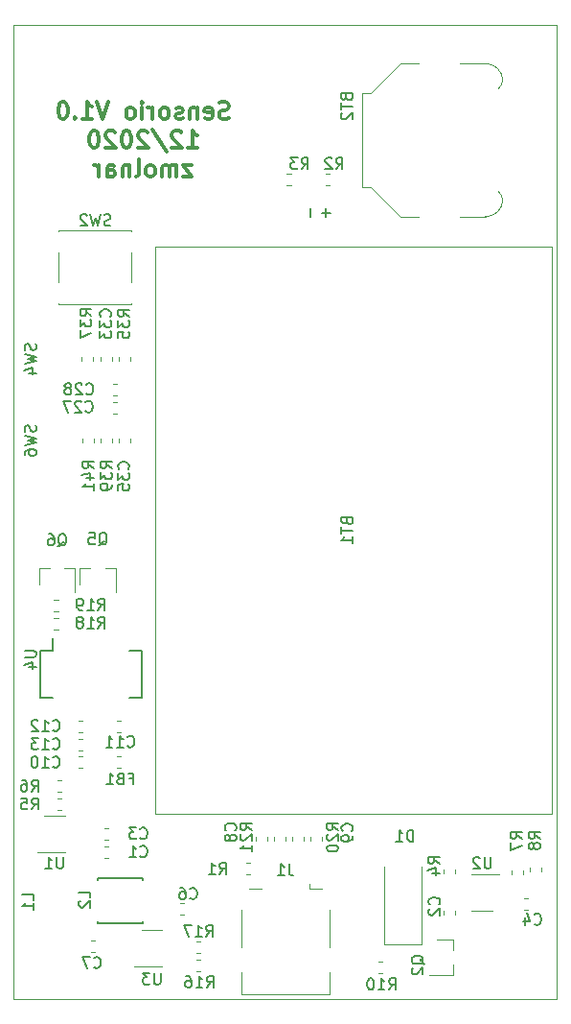
<source format=gbo>
G04 #@! TF.GenerationSoftware,KiCad,Pcbnew,5.1.8-db9833491~88~ubuntu20.04.1*
G04 #@! TF.CreationDate,2020-12-09T06:14:29+01:00*
G04 #@! TF.ProjectId,v1,76312e6b-6963-4616-945f-706362585858,rev?*
G04 #@! TF.SameCoordinates,Original*
G04 #@! TF.FileFunction,Legend,Bot*
G04 #@! TF.FilePolarity,Positive*
%FSLAX46Y46*%
G04 Gerber Fmt 4.6, Leading zero omitted, Abs format (unit mm)*
G04 Created by KiCad (PCBNEW 5.1.8-db9833491~88~ubuntu20.04.1) date 2020-12-09 06:14:29*
%MOMM*%
%LPD*%
G01*
G04 APERTURE LIST*
%ADD10C,0.300000*%
G04 #@! TA.AperFunction,Profile*
%ADD11C,0.050000*%
G04 #@! TD*
%ADD12C,0.120000*%
%ADD13C,0.150000*%
%ADD14C,0.127000*%
G04 APERTURE END LIST*
D10*
X138985714Y-80257142D02*
X138771428Y-80328571D01*
X138414285Y-80328571D01*
X138271428Y-80257142D01*
X138200000Y-80185714D01*
X138128571Y-80042857D01*
X138128571Y-79900000D01*
X138200000Y-79757142D01*
X138271428Y-79685714D01*
X138414285Y-79614285D01*
X138700000Y-79542857D01*
X138842857Y-79471428D01*
X138914285Y-79400000D01*
X138985714Y-79257142D01*
X138985714Y-79114285D01*
X138914285Y-78971428D01*
X138842857Y-78900000D01*
X138700000Y-78828571D01*
X138342857Y-78828571D01*
X138128571Y-78900000D01*
X136914285Y-80257142D02*
X137057142Y-80328571D01*
X137342857Y-80328571D01*
X137485714Y-80257142D01*
X137557142Y-80114285D01*
X137557142Y-79542857D01*
X137485714Y-79400000D01*
X137342857Y-79328571D01*
X137057142Y-79328571D01*
X136914285Y-79400000D01*
X136842857Y-79542857D01*
X136842857Y-79685714D01*
X137557142Y-79828571D01*
X136200000Y-79328571D02*
X136200000Y-80328571D01*
X136200000Y-79471428D02*
X136128571Y-79400000D01*
X135985714Y-79328571D01*
X135771428Y-79328571D01*
X135628571Y-79400000D01*
X135557142Y-79542857D01*
X135557142Y-80328571D01*
X134914285Y-80257142D02*
X134771428Y-80328571D01*
X134485714Y-80328571D01*
X134342857Y-80257142D01*
X134271428Y-80114285D01*
X134271428Y-80042857D01*
X134342857Y-79900000D01*
X134485714Y-79828571D01*
X134700000Y-79828571D01*
X134842857Y-79757142D01*
X134914285Y-79614285D01*
X134914285Y-79542857D01*
X134842857Y-79400000D01*
X134700000Y-79328571D01*
X134485714Y-79328571D01*
X134342857Y-79400000D01*
X133414285Y-80328571D02*
X133557142Y-80257142D01*
X133628571Y-80185714D01*
X133700000Y-80042857D01*
X133700000Y-79614285D01*
X133628571Y-79471428D01*
X133557142Y-79400000D01*
X133414285Y-79328571D01*
X133200000Y-79328571D01*
X133057142Y-79400000D01*
X132985714Y-79471428D01*
X132914285Y-79614285D01*
X132914285Y-80042857D01*
X132985714Y-80185714D01*
X133057142Y-80257142D01*
X133200000Y-80328571D01*
X133414285Y-80328571D01*
X132271428Y-80328571D02*
X132271428Y-79328571D01*
X132271428Y-79614285D02*
X132200000Y-79471428D01*
X132128571Y-79400000D01*
X131985714Y-79328571D01*
X131842857Y-79328571D01*
X131342857Y-80328571D02*
X131342857Y-79328571D01*
X131342857Y-78828571D02*
X131414285Y-78900000D01*
X131342857Y-78971428D01*
X131271428Y-78900000D01*
X131342857Y-78828571D01*
X131342857Y-78971428D01*
X130414285Y-80328571D02*
X130557142Y-80257142D01*
X130628571Y-80185714D01*
X130700000Y-80042857D01*
X130700000Y-79614285D01*
X130628571Y-79471428D01*
X130557142Y-79400000D01*
X130414285Y-79328571D01*
X130200000Y-79328571D01*
X130057142Y-79400000D01*
X129985714Y-79471428D01*
X129914285Y-79614285D01*
X129914285Y-80042857D01*
X129985714Y-80185714D01*
X130057142Y-80257142D01*
X130200000Y-80328571D01*
X130414285Y-80328571D01*
X128342857Y-78828571D02*
X127842857Y-80328571D01*
X127342857Y-78828571D01*
X126057142Y-80328571D02*
X126914285Y-80328571D01*
X126485714Y-80328571D02*
X126485714Y-78828571D01*
X126628571Y-79042857D01*
X126771428Y-79185714D01*
X126914285Y-79257142D01*
X125414285Y-80185714D02*
X125342857Y-80257142D01*
X125414285Y-80328571D01*
X125485714Y-80257142D01*
X125414285Y-80185714D01*
X125414285Y-80328571D01*
X124414285Y-78828571D02*
X124271428Y-78828571D01*
X124128571Y-78900000D01*
X124057142Y-78971428D01*
X123985714Y-79114285D01*
X123914285Y-79400000D01*
X123914285Y-79757142D01*
X123985714Y-80042857D01*
X124057142Y-80185714D01*
X124128571Y-80257142D01*
X124271428Y-80328571D01*
X124414285Y-80328571D01*
X124557142Y-80257142D01*
X124628571Y-80185714D01*
X124700000Y-80042857D01*
X124771428Y-79757142D01*
X124771428Y-79400000D01*
X124700000Y-79114285D01*
X124628571Y-78971428D01*
X124557142Y-78900000D01*
X124414285Y-78828571D01*
X135378571Y-82878571D02*
X136235714Y-82878571D01*
X135807142Y-82878571D02*
X135807142Y-81378571D01*
X135950000Y-81592857D01*
X136092857Y-81735714D01*
X136235714Y-81807142D01*
X134807142Y-81521428D02*
X134735714Y-81450000D01*
X134592857Y-81378571D01*
X134235714Y-81378571D01*
X134092857Y-81450000D01*
X134021428Y-81521428D01*
X133950000Y-81664285D01*
X133950000Y-81807142D01*
X134021428Y-82021428D01*
X134878571Y-82878571D01*
X133950000Y-82878571D01*
X132235714Y-81307142D02*
X133521428Y-83235714D01*
X131807142Y-81521428D02*
X131735714Y-81450000D01*
X131592857Y-81378571D01*
X131235714Y-81378571D01*
X131092857Y-81450000D01*
X131021428Y-81521428D01*
X130950000Y-81664285D01*
X130950000Y-81807142D01*
X131021428Y-82021428D01*
X131878571Y-82878571D01*
X130950000Y-82878571D01*
X130021428Y-81378571D02*
X129878571Y-81378571D01*
X129735714Y-81450000D01*
X129664285Y-81521428D01*
X129592857Y-81664285D01*
X129521428Y-81950000D01*
X129521428Y-82307142D01*
X129592857Y-82592857D01*
X129664285Y-82735714D01*
X129735714Y-82807142D01*
X129878571Y-82878571D01*
X130021428Y-82878571D01*
X130164285Y-82807142D01*
X130235714Y-82735714D01*
X130307142Y-82592857D01*
X130378571Y-82307142D01*
X130378571Y-81950000D01*
X130307142Y-81664285D01*
X130235714Y-81521428D01*
X130164285Y-81450000D01*
X130021428Y-81378571D01*
X128950000Y-81521428D02*
X128878571Y-81450000D01*
X128735714Y-81378571D01*
X128378571Y-81378571D01*
X128235714Y-81450000D01*
X128164285Y-81521428D01*
X128092857Y-81664285D01*
X128092857Y-81807142D01*
X128164285Y-82021428D01*
X129021428Y-82878571D01*
X128092857Y-82878571D01*
X127164285Y-81378571D02*
X127021428Y-81378571D01*
X126878571Y-81450000D01*
X126807142Y-81521428D01*
X126735714Y-81664285D01*
X126664285Y-81950000D01*
X126664285Y-82307142D01*
X126735714Y-82592857D01*
X126807142Y-82735714D01*
X126878571Y-82807142D01*
X127021428Y-82878571D01*
X127164285Y-82878571D01*
X127307142Y-82807142D01*
X127378571Y-82735714D01*
X127450000Y-82592857D01*
X127521428Y-82307142D01*
X127521428Y-81950000D01*
X127450000Y-81664285D01*
X127378571Y-81521428D01*
X127307142Y-81450000D01*
X127164285Y-81378571D01*
X135735714Y-84428571D02*
X134950000Y-84428571D01*
X135735714Y-85428571D01*
X134950000Y-85428571D01*
X134378571Y-85428571D02*
X134378571Y-84428571D01*
X134378571Y-84571428D02*
X134307142Y-84500000D01*
X134164285Y-84428571D01*
X133950000Y-84428571D01*
X133807142Y-84500000D01*
X133735714Y-84642857D01*
X133735714Y-85428571D01*
X133735714Y-84642857D02*
X133664285Y-84500000D01*
X133521428Y-84428571D01*
X133307142Y-84428571D01*
X133164285Y-84500000D01*
X133092857Y-84642857D01*
X133092857Y-85428571D01*
X132164285Y-85428571D02*
X132307142Y-85357142D01*
X132378571Y-85285714D01*
X132450000Y-85142857D01*
X132450000Y-84714285D01*
X132378571Y-84571428D01*
X132307142Y-84500000D01*
X132164285Y-84428571D01*
X131950000Y-84428571D01*
X131807142Y-84500000D01*
X131735714Y-84571428D01*
X131664285Y-84714285D01*
X131664285Y-85142857D01*
X131735714Y-85285714D01*
X131807142Y-85357142D01*
X131950000Y-85428571D01*
X132164285Y-85428571D01*
X130807142Y-85428571D02*
X130950000Y-85357142D01*
X131021428Y-85214285D01*
X131021428Y-83928571D01*
X130235714Y-84428571D02*
X130235714Y-85428571D01*
X130235714Y-84571428D02*
X130164285Y-84500000D01*
X130021428Y-84428571D01*
X129807142Y-84428571D01*
X129664285Y-84500000D01*
X129592857Y-84642857D01*
X129592857Y-85428571D01*
X128235714Y-85428571D02*
X128235714Y-84642857D01*
X128307142Y-84500000D01*
X128450000Y-84428571D01*
X128735714Y-84428571D01*
X128878571Y-84500000D01*
X128235714Y-85357142D02*
X128378571Y-85428571D01*
X128735714Y-85428571D01*
X128878571Y-85357142D01*
X128950000Y-85214285D01*
X128950000Y-85071428D01*
X128878571Y-84928571D01*
X128735714Y-84857142D01*
X128378571Y-84857142D01*
X128235714Y-84785714D01*
X127521428Y-85428571D02*
X127521428Y-84428571D01*
X127521428Y-84714285D02*
X127450000Y-84571428D01*
X127378571Y-84500000D01*
X127235714Y-84428571D01*
X127092857Y-84428571D01*
D11*
X120000000Y-72000000D02*
X168000000Y-72000000D01*
X120000000Y-72000000D02*
X120000000Y-158000000D01*
X168000000Y-158000000D02*
X168000000Y-72000000D01*
X120000000Y-158000000D02*
X168000000Y-158000000D01*
D12*
X167500000Y-141600000D02*
X132500000Y-141600000D01*
X167500000Y-91600000D02*
X167500000Y-141600000D01*
X132500000Y-91600000D02*
X167500000Y-91600000D01*
X132500000Y-141600000D02*
X132500000Y-91600000D01*
X159400000Y-88950000D02*
X161700000Y-88950000D01*
X159400000Y-75450000D02*
X161700000Y-75450000D01*
X155800000Y-75450000D02*
X154150000Y-75450000D01*
X154150000Y-75450000D02*
X151550000Y-78050000D01*
X151550000Y-78050000D02*
X150750000Y-78050000D01*
X150750000Y-78050000D02*
X150750000Y-86350000D01*
X150750000Y-86350000D02*
X151550000Y-86350000D01*
X151550000Y-86350000D02*
X154150000Y-88950000D01*
X154150000Y-88950000D02*
X155800000Y-88950000D01*
X161650000Y-75450000D02*
G75*
G02*
X163200000Y-76900000I50000J-1500000D01*
G01*
X161650000Y-88950000D02*
G75*
G03*
X163200000Y-87500000I50000J1500000D01*
G01*
X163184160Y-76785385D02*
G75*
G02*
X162800000Y-77700000I-984160J-124615D01*
G01*
X163184160Y-87614615D02*
G75*
G03*
X162800000Y-86700000I-984160J124615D01*
G01*
D13*
X123435000Y-127225000D02*
X122325000Y-127225000D01*
X122325000Y-131375000D02*
X123435000Y-131375000D01*
X131275000Y-131375000D02*
X130165000Y-131375000D01*
X131275000Y-127225000D02*
X130165000Y-127225000D01*
X122325000Y-127225000D02*
X122325000Y-131375000D01*
X131275000Y-127225000D02*
X131275000Y-131375000D01*
X123435000Y-127225000D02*
X123435000Y-126100000D01*
D12*
X131300000Y-151890000D02*
X133100000Y-151890000D01*
X133100000Y-155110000D02*
X130650000Y-155110000D01*
X162250000Y-150160000D02*
X160450000Y-150160000D01*
X160450000Y-146940000D02*
X162900000Y-146940000D01*
X122700000Y-141790000D02*
X124500000Y-141790000D01*
X124500000Y-145010000D02*
X122050000Y-145010000D01*
X130405000Y-96655000D02*
X130405000Y-96625000D01*
X130405000Y-90195000D02*
X130405000Y-90225000D01*
X123945000Y-90195000D02*
X123945000Y-90225000D01*
X123945000Y-96625000D02*
X123945000Y-96655000D01*
X130405000Y-94725000D02*
X130405000Y-92125000D01*
X123945000Y-96655000D02*
X130405000Y-96655000D01*
X123945000Y-94725000D02*
X123945000Y-92125000D01*
X123945000Y-90195000D02*
X130405000Y-90195000D01*
X126090000Y-108528733D02*
X126090000Y-108871267D01*
X127110000Y-108528733D02*
X127110000Y-108871267D01*
X128710000Y-108871267D02*
X128710000Y-108528733D01*
X127690000Y-108871267D02*
X127690000Y-108528733D01*
X127010000Y-101671267D02*
X127010000Y-101328733D01*
X125990000Y-101671267D02*
X125990000Y-101328733D01*
X129290000Y-101328733D02*
X129290000Y-101671267D01*
X130310000Y-101328733D02*
X130310000Y-101671267D01*
X142990000Y-143628733D02*
X142990000Y-143971267D01*
X144010000Y-143628733D02*
X144010000Y-143971267D01*
X144590000Y-143628733D02*
X144590000Y-143971267D01*
X145610000Y-143628733D02*
X145610000Y-143971267D01*
X123553733Y-123810000D02*
X123896267Y-123810000D01*
X123553733Y-122790000D02*
X123896267Y-122790000D01*
X123896267Y-124340000D02*
X123553733Y-124340000D01*
X123896267Y-125360000D02*
X123553733Y-125360000D01*
X136128733Y-153910000D02*
X136471267Y-153910000D01*
X136128733Y-152890000D02*
X136471267Y-152890000D01*
X136471267Y-154490000D02*
X136128733Y-154490000D01*
X136471267Y-155510000D02*
X136128733Y-155510000D01*
X152571267Y-154690000D02*
X152228733Y-154690000D01*
X152571267Y-155710000D02*
X152228733Y-155710000D01*
X165590000Y-146403733D02*
X165590000Y-146746267D01*
X166610000Y-146403733D02*
X166610000Y-146746267D01*
X164985000Y-146946267D02*
X164985000Y-146603733D01*
X163965000Y-146946267D02*
X163965000Y-146603733D01*
X123828733Y-139710000D02*
X124171267Y-139710000D01*
X123828733Y-138690000D02*
X124171267Y-138690000D01*
X124171267Y-140290000D02*
X123828733Y-140290000D01*
X124171267Y-141310000D02*
X123828733Y-141310000D01*
X159010000Y-146921267D02*
X159010000Y-146578733D01*
X157990000Y-146921267D02*
X157990000Y-146578733D01*
X144471267Y-85190000D02*
X144128733Y-85190000D01*
X144471267Y-86210000D02*
X144128733Y-86210000D01*
X147871267Y-85190000D02*
X147528733Y-85190000D01*
X147871267Y-86210000D02*
X147528733Y-86210000D01*
X140871267Y-145990000D02*
X140528733Y-145990000D01*
X140871267Y-147010000D02*
X140528733Y-147010000D01*
X122220000Y-119940000D02*
X123150000Y-119940000D01*
X125380000Y-119940000D02*
X124450000Y-119940000D01*
X125380000Y-119940000D02*
X125380000Y-122100000D01*
X122220000Y-119940000D02*
X122220000Y-121400000D01*
X125820000Y-119940000D02*
X126750000Y-119940000D01*
X128980000Y-119940000D02*
X128050000Y-119940000D01*
X128980000Y-119940000D02*
X128980000Y-122100000D01*
X125820000Y-119940000D02*
X125820000Y-121400000D01*
X158860000Y-152720000D02*
X158860000Y-153650000D01*
X158860000Y-155880000D02*
X158860000Y-154950000D01*
X158860000Y-155880000D02*
X156700000Y-155880000D01*
X158860000Y-152720000D02*
X157400000Y-152720000D01*
D14*
X131400000Y-147300000D02*
X127400000Y-147300000D01*
X131400000Y-151300000D02*
X127400000Y-151300000D01*
X131400000Y-147300000D02*
X131400000Y-147480000D01*
X127400000Y-147300000D02*
X127400000Y-147480000D01*
X127400000Y-151300000D02*
X127400000Y-151120000D01*
X131400000Y-151300000D02*
X131400000Y-151120000D01*
D12*
X140090000Y-157535000D02*
X147910000Y-157535000D01*
X146110000Y-148215000D02*
X146110000Y-147785000D01*
X140090000Y-157535000D02*
X140090000Y-155585000D01*
X140090000Y-153365000D02*
X140090000Y-150135000D01*
X141890000Y-148215000D02*
X140810000Y-148215000D01*
X147190000Y-148215000D02*
X146110000Y-148215000D01*
X147910000Y-153365000D02*
X147910000Y-150135000D01*
X147910000Y-157535000D02*
X147910000Y-155585000D01*
X129471267Y-136590000D02*
X129128733Y-136590000D01*
X129471267Y-137610000D02*
X129128733Y-137610000D01*
X156050000Y-153150000D02*
X152750000Y-153150000D01*
X152750000Y-153150000D02*
X152750000Y-146250000D01*
X156050000Y-153150000D02*
X156050000Y-146250000D01*
X130310000Y-108871267D02*
X130310000Y-108528733D01*
X129290000Y-108871267D02*
X129290000Y-108528733D01*
X127690000Y-101328733D02*
X127690000Y-101671267D01*
X128710000Y-101328733D02*
X128710000Y-101671267D01*
X128778733Y-104760000D02*
X129121267Y-104760000D01*
X128778733Y-103740000D02*
X129121267Y-103740000D01*
X128778733Y-106310000D02*
X129121267Y-106310000D01*
X128778733Y-105290000D02*
X129121267Y-105290000D01*
X126071267Y-134990000D02*
X125728733Y-134990000D01*
X126071267Y-136010000D02*
X125728733Y-136010000D01*
X126071267Y-133390000D02*
X125728733Y-133390000D01*
X126071267Y-134410000D02*
X125728733Y-134410000D01*
X129128733Y-134410000D02*
X129471267Y-134410000D01*
X129128733Y-133390000D02*
X129471267Y-133390000D01*
X126071267Y-136590000D02*
X125728733Y-136590000D01*
X126071267Y-137610000D02*
X125728733Y-137610000D01*
X147210000Y-143971267D02*
X147210000Y-143628733D01*
X146190000Y-143971267D02*
X146190000Y-143628733D01*
X142410000Y-143971267D02*
X142410000Y-143628733D01*
X141390000Y-143971267D02*
X141390000Y-143628733D01*
X126828733Y-153810000D02*
X127171267Y-153810000D01*
X126828733Y-152790000D02*
X127171267Y-152790000D01*
X135021267Y-149540000D02*
X134678733Y-149540000D01*
X135021267Y-150560000D02*
X134678733Y-150560000D01*
X165446267Y-149065000D02*
X165103733Y-149065000D01*
X165446267Y-150085000D02*
X165103733Y-150085000D01*
X128003733Y-143910000D02*
X128346267Y-143910000D01*
X128003733Y-142890000D02*
X128346267Y-142890000D01*
X157990000Y-150178733D02*
X157990000Y-150521267D01*
X159010000Y-150178733D02*
X159010000Y-150521267D01*
X128028733Y-145510000D02*
X128371267Y-145510000D01*
X128028733Y-144490000D02*
X128371267Y-144490000D01*
D13*
X149428571Y-115814285D02*
X149476190Y-115957142D01*
X149523809Y-116004761D01*
X149619047Y-116052380D01*
X149761904Y-116052380D01*
X149857142Y-116004761D01*
X149904761Y-115957142D01*
X149952380Y-115861904D01*
X149952380Y-115480952D01*
X148952380Y-115480952D01*
X148952380Y-115814285D01*
X149000000Y-115909523D01*
X149047619Y-115957142D01*
X149142857Y-116004761D01*
X149238095Y-116004761D01*
X149333333Y-115957142D01*
X149380952Y-115909523D01*
X149428571Y-115814285D01*
X149428571Y-115480952D01*
X148952380Y-116338095D02*
X148952380Y-116909523D01*
X149952380Y-116623809D02*
X148952380Y-116623809D01*
X149952380Y-117766666D02*
X149952380Y-117195238D01*
X149952380Y-117480952D02*
X148952380Y-117480952D01*
X149095238Y-117385714D01*
X149190476Y-117290476D01*
X149238095Y-117195238D01*
X146214285Y-88219047D02*
X146214285Y-88980952D01*
X147571428Y-88219047D02*
X147571428Y-88980952D01*
X147952380Y-88600000D02*
X147190476Y-88600000D01*
X149378571Y-78414285D02*
X149426190Y-78557142D01*
X149473809Y-78604761D01*
X149569047Y-78652380D01*
X149711904Y-78652380D01*
X149807142Y-78604761D01*
X149854761Y-78557142D01*
X149902380Y-78461904D01*
X149902380Y-78080952D01*
X148902380Y-78080952D01*
X148902380Y-78414285D01*
X148950000Y-78509523D01*
X148997619Y-78557142D01*
X149092857Y-78604761D01*
X149188095Y-78604761D01*
X149283333Y-78557142D01*
X149330952Y-78509523D01*
X149378571Y-78414285D01*
X149378571Y-78080952D01*
X148902380Y-78938095D02*
X148902380Y-79509523D01*
X149902380Y-79223809D02*
X148902380Y-79223809D01*
X148997619Y-79795238D02*
X148950000Y-79842857D01*
X148902380Y-79938095D01*
X148902380Y-80176190D01*
X148950000Y-80271428D01*
X148997619Y-80319047D01*
X149092857Y-80366666D01*
X149188095Y-80366666D01*
X149330952Y-80319047D01*
X149902380Y-79747619D01*
X149902380Y-80366666D01*
X121904761Y-107366666D02*
X121952380Y-107509523D01*
X121952380Y-107747619D01*
X121904761Y-107842857D01*
X121857142Y-107890476D01*
X121761904Y-107938095D01*
X121666666Y-107938095D01*
X121571428Y-107890476D01*
X121523809Y-107842857D01*
X121476190Y-107747619D01*
X121428571Y-107557142D01*
X121380952Y-107461904D01*
X121333333Y-107414285D01*
X121238095Y-107366666D01*
X121142857Y-107366666D01*
X121047619Y-107414285D01*
X121000000Y-107461904D01*
X120952380Y-107557142D01*
X120952380Y-107795238D01*
X121000000Y-107938095D01*
X120952380Y-108271428D02*
X121952380Y-108509523D01*
X121238095Y-108700000D01*
X121952380Y-108890476D01*
X120952380Y-109128571D01*
X120952380Y-109938095D02*
X120952380Y-109747619D01*
X121000000Y-109652380D01*
X121047619Y-109604761D01*
X121190476Y-109509523D01*
X121380952Y-109461904D01*
X121761904Y-109461904D01*
X121857142Y-109509523D01*
X121904761Y-109557142D01*
X121952380Y-109652380D01*
X121952380Y-109842857D01*
X121904761Y-109938095D01*
X121857142Y-109985714D01*
X121761904Y-110033333D01*
X121523809Y-110033333D01*
X121428571Y-109985714D01*
X121380952Y-109938095D01*
X121333333Y-109842857D01*
X121333333Y-109652380D01*
X121380952Y-109557142D01*
X121428571Y-109509523D01*
X121523809Y-109461904D01*
X121904761Y-100166666D02*
X121952380Y-100309523D01*
X121952380Y-100547619D01*
X121904761Y-100642857D01*
X121857142Y-100690476D01*
X121761904Y-100738095D01*
X121666666Y-100738095D01*
X121571428Y-100690476D01*
X121523809Y-100642857D01*
X121476190Y-100547619D01*
X121428571Y-100357142D01*
X121380952Y-100261904D01*
X121333333Y-100214285D01*
X121238095Y-100166666D01*
X121142857Y-100166666D01*
X121047619Y-100214285D01*
X121000000Y-100261904D01*
X120952380Y-100357142D01*
X120952380Y-100595238D01*
X121000000Y-100738095D01*
X120952380Y-101071428D02*
X121952380Y-101309523D01*
X121238095Y-101500000D01*
X121952380Y-101690476D01*
X120952380Y-101928571D01*
X121285714Y-102738095D02*
X121952380Y-102738095D01*
X120904761Y-102500000D02*
X121619047Y-102261904D01*
X121619047Y-102880952D01*
X120952380Y-127238095D02*
X121761904Y-127238095D01*
X121857142Y-127285714D01*
X121904761Y-127333333D01*
X121952380Y-127428571D01*
X121952380Y-127619047D01*
X121904761Y-127714285D01*
X121857142Y-127761904D01*
X121761904Y-127809523D01*
X120952380Y-127809523D01*
X121285714Y-128714285D02*
X121952380Y-128714285D01*
X120904761Y-128476190D02*
X121619047Y-128238095D01*
X121619047Y-128857142D01*
X132961904Y-155677380D02*
X132961904Y-156486904D01*
X132914285Y-156582142D01*
X132866666Y-156629761D01*
X132771428Y-156677380D01*
X132580952Y-156677380D01*
X132485714Y-156629761D01*
X132438095Y-156582142D01*
X132390476Y-156486904D01*
X132390476Y-155677380D01*
X132009523Y-155677380D02*
X131390476Y-155677380D01*
X131723809Y-156058333D01*
X131580952Y-156058333D01*
X131485714Y-156105952D01*
X131438095Y-156153571D01*
X131390476Y-156248809D01*
X131390476Y-156486904D01*
X131438095Y-156582142D01*
X131485714Y-156629761D01*
X131580952Y-156677380D01*
X131866666Y-156677380D01*
X131961904Y-156629761D01*
X132009523Y-156582142D01*
X162161904Y-145452380D02*
X162161904Y-146261904D01*
X162114285Y-146357142D01*
X162066666Y-146404761D01*
X161971428Y-146452380D01*
X161780952Y-146452380D01*
X161685714Y-146404761D01*
X161638095Y-146357142D01*
X161590476Y-146261904D01*
X161590476Y-145452380D01*
X161161904Y-145547619D02*
X161114285Y-145500000D01*
X161019047Y-145452380D01*
X160780952Y-145452380D01*
X160685714Y-145500000D01*
X160638095Y-145547619D01*
X160590476Y-145642857D01*
X160590476Y-145738095D01*
X160638095Y-145880952D01*
X161209523Y-146452380D01*
X160590476Y-146452380D01*
X124361904Y-145452380D02*
X124361904Y-146261904D01*
X124314285Y-146357142D01*
X124266666Y-146404761D01*
X124171428Y-146452380D01*
X123980952Y-146452380D01*
X123885714Y-146404761D01*
X123838095Y-146357142D01*
X123790476Y-146261904D01*
X123790476Y-145452380D01*
X122790476Y-146452380D02*
X123361904Y-146452380D01*
X123076190Y-146452380D02*
X123076190Y-145452380D01*
X123171428Y-145595238D01*
X123266666Y-145690476D01*
X123361904Y-145738095D01*
X128533333Y-89704761D02*
X128390476Y-89752380D01*
X128152380Y-89752380D01*
X128057142Y-89704761D01*
X128009523Y-89657142D01*
X127961904Y-89561904D01*
X127961904Y-89466666D01*
X128009523Y-89371428D01*
X128057142Y-89323809D01*
X128152380Y-89276190D01*
X128342857Y-89228571D01*
X128438095Y-89180952D01*
X128485714Y-89133333D01*
X128533333Y-89038095D01*
X128533333Y-88942857D01*
X128485714Y-88847619D01*
X128438095Y-88800000D01*
X128342857Y-88752380D01*
X128104761Y-88752380D01*
X127961904Y-88800000D01*
X127628571Y-88752380D02*
X127390476Y-89752380D01*
X127200000Y-89038095D01*
X127009523Y-89752380D01*
X126771428Y-88752380D01*
X126438095Y-88847619D02*
X126390476Y-88800000D01*
X126295238Y-88752380D01*
X126057142Y-88752380D01*
X125961904Y-88800000D01*
X125914285Y-88847619D01*
X125866666Y-88942857D01*
X125866666Y-89038095D01*
X125914285Y-89180952D01*
X126485714Y-89752380D01*
X125866666Y-89752380D01*
X127052380Y-111157142D02*
X126576190Y-110823809D01*
X127052380Y-110585714D02*
X126052380Y-110585714D01*
X126052380Y-110966666D01*
X126100000Y-111061904D01*
X126147619Y-111109523D01*
X126242857Y-111157142D01*
X126385714Y-111157142D01*
X126480952Y-111109523D01*
X126528571Y-111061904D01*
X126576190Y-110966666D01*
X126576190Y-110585714D01*
X126385714Y-112014285D02*
X127052380Y-112014285D01*
X126004761Y-111776190D02*
X126719047Y-111538095D01*
X126719047Y-112157142D01*
X127052380Y-113061904D02*
X127052380Y-112490476D01*
X127052380Y-112776190D02*
X126052380Y-112776190D01*
X126195238Y-112680952D01*
X126290476Y-112585714D01*
X126338095Y-112490476D01*
X128652380Y-111157142D02*
X128176190Y-110823809D01*
X128652380Y-110585714D02*
X127652380Y-110585714D01*
X127652380Y-110966666D01*
X127700000Y-111061904D01*
X127747619Y-111109523D01*
X127842857Y-111157142D01*
X127985714Y-111157142D01*
X128080952Y-111109523D01*
X128128571Y-111061904D01*
X128176190Y-110966666D01*
X128176190Y-110585714D01*
X127652380Y-111490476D02*
X127652380Y-112109523D01*
X128033333Y-111776190D01*
X128033333Y-111919047D01*
X128080952Y-112014285D01*
X128128571Y-112061904D01*
X128223809Y-112109523D01*
X128461904Y-112109523D01*
X128557142Y-112061904D01*
X128604761Y-112014285D01*
X128652380Y-111919047D01*
X128652380Y-111633333D01*
X128604761Y-111538095D01*
X128557142Y-111490476D01*
X128652380Y-112585714D02*
X128652380Y-112776190D01*
X128604761Y-112871428D01*
X128557142Y-112919047D01*
X128414285Y-113014285D01*
X128223809Y-113061904D01*
X127842857Y-113061904D01*
X127747619Y-113014285D01*
X127700000Y-112966666D01*
X127652380Y-112871428D01*
X127652380Y-112680952D01*
X127700000Y-112585714D01*
X127747619Y-112538095D01*
X127842857Y-112490476D01*
X128080952Y-112490476D01*
X128176190Y-112538095D01*
X128223809Y-112585714D01*
X128271428Y-112680952D01*
X128271428Y-112871428D01*
X128223809Y-112966666D01*
X128176190Y-113014285D01*
X128080952Y-113061904D01*
X126852380Y-97707142D02*
X126376190Y-97373809D01*
X126852380Y-97135714D02*
X125852380Y-97135714D01*
X125852380Y-97516666D01*
X125900000Y-97611904D01*
X125947619Y-97659523D01*
X126042857Y-97707142D01*
X126185714Y-97707142D01*
X126280952Y-97659523D01*
X126328571Y-97611904D01*
X126376190Y-97516666D01*
X126376190Y-97135714D01*
X125852380Y-98040476D02*
X125852380Y-98659523D01*
X126233333Y-98326190D01*
X126233333Y-98469047D01*
X126280952Y-98564285D01*
X126328571Y-98611904D01*
X126423809Y-98659523D01*
X126661904Y-98659523D01*
X126757142Y-98611904D01*
X126804761Y-98564285D01*
X126852380Y-98469047D01*
X126852380Y-98183333D01*
X126804761Y-98088095D01*
X126757142Y-98040476D01*
X125852380Y-98992857D02*
X125852380Y-99659523D01*
X126852380Y-99230952D01*
X130202380Y-97757142D02*
X129726190Y-97423809D01*
X130202380Y-97185714D02*
X129202380Y-97185714D01*
X129202380Y-97566666D01*
X129250000Y-97661904D01*
X129297619Y-97709523D01*
X129392857Y-97757142D01*
X129535714Y-97757142D01*
X129630952Y-97709523D01*
X129678571Y-97661904D01*
X129726190Y-97566666D01*
X129726190Y-97185714D01*
X129202380Y-98090476D02*
X129202380Y-98709523D01*
X129583333Y-98376190D01*
X129583333Y-98519047D01*
X129630952Y-98614285D01*
X129678571Y-98661904D01*
X129773809Y-98709523D01*
X130011904Y-98709523D01*
X130107142Y-98661904D01*
X130154761Y-98614285D01*
X130202380Y-98519047D01*
X130202380Y-98233333D01*
X130154761Y-98138095D01*
X130107142Y-98090476D01*
X129202380Y-99614285D02*
X129202380Y-99138095D01*
X129678571Y-99090476D01*
X129630952Y-99138095D01*
X129583333Y-99233333D01*
X129583333Y-99471428D01*
X129630952Y-99566666D01*
X129678571Y-99614285D01*
X129773809Y-99661904D01*
X130011904Y-99661904D01*
X130107142Y-99614285D01*
X130154761Y-99566666D01*
X130202380Y-99471428D01*
X130202380Y-99233333D01*
X130154761Y-99138095D01*
X130107142Y-99090476D01*
X141002380Y-143057142D02*
X140526190Y-142723809D01*
X141002380Y-142485714D02*
X140002380Y-142485714D01*
X140002380Y-142866666D01*
X140050000Y-142961904D01*
X140097619Y-143009523D01*
X140192857Y-143057142D01*
X140335714Y-143057142D01*
X140430952Y-143009523D01*
X140478571Y-142961904D01*
X140526190Y-142866666D01*
X140526190Y-142485714D01*
X140097619Y-143438095D02*
X140050000Y-143485714D01*
X140002380Y-143580952D01*
X140002380Y-143819047D01*
X140050000Y-143914285D01*
X140097619Y-143961904D01*
X140192857Y-144009523D01*
X140288095Y-144009523D01*
X140430952Y-143961904D01*
X141002380Y-143390476D01*
X141002380Y-144009523D01*
X141002380Y-144961904D02*
X141002380Y-144390476D01*
X141002380Y-144676190D02*
X140002380Y-144676190D01*
X140145238Y-144580952D01*
X140240476Y-144485714D01*
X140288095Y-144390476D01*
X148652380Y-143057142D02*
X148176190Y-142723809D01*
X148652380Y-142485714D02*
X147652380Y-142485714D01*
X147652380Y-142866666D01*
X147700000Y-142961904D01*
X147747619Y-143009523D01*
X147842857Y-143057142D01*
X147985714Y-143057142D01*
X148080952Y-143009523D01*
X148128571Y-142961904D01*
X148176190Y-142866666D01*
X148176190Y-142485714D01*
X147747619Y-143438095D02*
X147700000Y-143485714D01*
X147652380Y-143580952D01*
X147652380Y-143819047D01*
X147700000Y-143914285D01*
X147747619Y-143961904D01*
X147842857Y-144009523D01*
X147938095Y-144009523D01*
X148080952Y-143961904D01*
X148652380Y-143390476D01*
X148652380Y-144009523D01*
X147652380Y-144628571D02*
X147652380Y-144723809D01*
X147700000Y-144819047D01*
X147747619Y-144866666D01*
X147842857Y-144914285D01*
X148033333Y-144961904D01*
X148271428Y-144961904D01*
X148461904Y-144914285D01*
X148557142Y-144866666D01*
X148604761Y-144819047D01*
X148652380Y-144723809D01*
X148652380Y-144628571D01*
X148604761Y-144533333D01*
X148557142Y-144485714D01*
X148461904Y-144438095D01*
X148271428Y-144390476D01*
X148033333Y-144390476D01*
X147842857Y-144438095D01*
X147747619Y-144485714D01*
X147700000Y-144533333D01*
X147652380Y-144628571D01*
X127442857Y-123652380D02*
X127776190Y-123176190D01*
X128014285Y-123652380D02*
X128014285Y-122652380D01*
X127633333Y-122652380D01*
X127538095Y-122700000D01*
X127490476Y-122747619D01*
X127442857Y-122842857D01*
X127442857Y-122985714D01*
X127490476Y-123080952D01*
X127538095Y-123128571D01*
X127633333Y-123176190D01*
X128014285Y-123176190D01*
X126490476Y-123652380D02*
X127061904Y-123652380D01*
X126776190Y-123652380D02*
X126776190Y-122652380D01*
X126871428Y-122795238D01*
X126966666Y-122890476D01*
X127061904Y-122938095D01*
X126014285Y-123652380D02*
X125823809Y-123652380D01*
X125728571Y-123604761D01*
X125680952Y-123557142D01*
X125585714Y-123414285D01*
X125538095Y-123223809D01*
X125538095Y-122842857D01*
X125585714Y-122747619D01*
X125633333Y-122700000D01*
X125728571Y-122652380D01*
X125919047Y-122652380D01*
X126014285Y-122700000D01*
X126061904Y-122747619D01*
X126109523Y-122842857D01*
X126109523Y-123080952D01*
X126061904Y-123176190D01*
X126014285Y-123223809D01*
X125919047Y-123271428D01*
X125728571Y-123271428D01*
X125633333Y-123223809D01*
X125585714Y-123176190D01*
X125538095Y-123080952D01*
X127442857Y-125252380D02*
X127776190Y-124776190D01*
X128014285Y-125252380D02*
X128014285Y-124252380D01*
X127633333Y-124252380D01*
X127538095Y-124300000D01*
X127490476Y-124347619D01*
X127442857Y-124442857D01*
X127442857Y-124585714D01*
X127490476Y-124680952D01*
X127538095Y-124728571D01*
X127633333Y-124776190D01*
X128014285Y-124776190D01*
X126490476Y-125252380D02*
X127061904Y-125252380D01*
X126776190Y-125252380D02*
X126776190Y-124252380D01*
X126871428Y-124395238D01*
X126966666Y-124490476D01*
X127061904Y-124538095D01*
X125919047Y-124680952D02*
X126014285Y-124633333D01*
X126061904Y-124585714D01*
X126109523Y-124490476D01*
X126109523Y-124442857D01*
X126061904Y-124347619D01*
X126014285Y-124300000D01*
X125919047Y-124252380D01*
X125728571Y-124252380D01*
X125633333Y-124300000D01*
X125585714Y-124347619D01*
X125538095Y-124442857D01*
X125538095Y-124490476D01*
X125585714Y-124585714D01*
X125633333Y-124633333D01*
X125728571Y-124680952D01*
X125919047Y-124680952D01*
X126014285Y-124728571D01*
X126061904Y-124776190D01*
X126109523Y-124871428D01*
X126109523Y-125061904D01*
X126061904Y-125157142D01*
X126014285Y-125204761D01*
X125919047Y-125252380D01*
X125728571Y-125252380D01*
X125633333Y-125204761D01*
X125585714Y-125157142D01*
X125538095Y-125061904D01*
X125538095Y-124871428D01*
X125585714Y-124776190D01*
X125633333Y-124728571D01*
X125728571Y-124680952D01*
X136992857Y-152452380D02*
X137326190Y-151976190D01*
X137564285Y-152452380D02*
X137564285Y-151452380D01*
X137183333Y-151452380D01*
X137088095Y-151500000D01*
X137040476Y-151547619D01*
X136992857Y-151642857D01*
X136992857Y-151785714D01*
X137040476Y-151880952D01*
X137088095Y-151928571D01*
X137183333Y-151976190D01*
X137564285Y-151976190D01*
X136040476Y-152452380D02*
X136611904Y-152452380D01*
X136326190Y-152452380D02*
X136326190Y-151452380D01*
X136421428Y-151595238D01*
X136516666Y-151690476D01*
X136611904Y-151738095D01*
X135707142Y-151452380D02*
X135040476Y-151452380D01*
X135469047Y-152452380D01*
X137042857Y-156952380D02*
X137376190Y-156476190D01*
X137614285Y-156952380D02*
X137614285Y-155952380D01*
X137233333Y-155952380D01*
X137138095Y-156000000D01*
X137090476Y-156047619D01*
X137042857Y-156142857D01*
X137042857Y-156285714D01*
X137090476Y-156380952D01*
X137138095Y-156428571D01*
X137233333Y-156476190D01*
X137614285Y-156476190D01*
X136090476Y-156952380D02*
X136661904Y-156952380D01*
X136376190Y-156952380D02*
X136376190Y-155952380D01*
X136471428Y-156095238D01*
X136566666Y-156190476D01*
X136661904Y-156238095D01*
X135233333Y-155952380D02*
X135423809Y-155952380D01*
X135519047Y-156000000D01*
X135566666Y-156047619D01*
X135661904Y-156190476D01*
X135709523Y-156380952D01*
X135709523Y-156761904D01*
X135661904Y-156857142D01*
X135614285Y-156904761D01*
X135519047Y-156952380D01*
X135328571Y-156952380D01*
X135233333Y-156904761D01*
X135185714Y-156857142D01*
X135138095Y-156761904D01*
X135138095Y-156523809D01*
X135185714Y-156428571D01*
X135233333Y-156380952D01*
X135328571Y-156333333D01*
X135519047Y-156333333D01*
X135614285Y-156380952D01*
X135661904Y-156428571D01*
X135709523Y-156523809D01*
X153142857Y-157152380D02*
X153476190Y-156676190D01*
X153714285Y-157152380D02*
X153714285Y-156152380D01*
X153333333Y-156152380D01*
X153238095Y-156200000D01*
X153190476Y-156247619D01*
X153142857Y-156342857D01*
X153142857Y-156485714D01*
X153190476Y-156580952D01*
X153238095Y-156628571D01*
X153333333Y-156676190D01*
X153714285Y-156676190D01*
X152190476Y-157152380D02*
X152761904Y-157152380D01*
X152476190Y-157152380D02*
X152476190Y-156152380D01*
X152571428Y-156295238D01*
X152666666Y-156390476D01*
X152761904Y-156438095D01*
X151571428Y-156152380D02*
X151476190Y-156152380D01*
X151380952Y-156200000D01*
X151333333Y-156247619D01*
X151285714Y-156342857D01*
X151238095Y-156533333D01*
X151238095Y-156771428D01*
X151285714Y-156961904D01*
X151333333Y-157057142D01*
X151380952Y-157104761D01*
X151476190Y-157152380D01*
X151571428Y-157152380D01*
X151666666Y-157104761D01*
X151714285Y-157057142D01*
X151761904Y-156961904D01*
X151809523Y-156771428D01*
X151809523Y-156533333D01*
X151761904Y-156342857D01*
X151714285Y-156247619D01*
X151666666Y-156200000D01*
X151571428Y-156152380D01*
X166502380Y-143808333D02*
X166026190Y-143475000D01*
X166502380Y-143236904D02*
X165502380Y-143236904D01*
X165502380Y-143617857D01*
X165550000Y-143713095D01*
X165597619Y-143760714D01*
X165692857Y-143808333D01*
X165835714Y-143808333D01*
X165930952Y-143760714D01*
X165978571Y-143713095D01*
X166026190Y-143617857D01*
X166026190Y-143236904D01*
X165930952Y-144379761D02*
X165883333Y-144284523D01*
X165835714Y-144236904D01*
X165740476Y-144189285D01*
X165692857Y-144189285D01*
X165597619Y-144236904D01*
X165550000Y-144284523D01*
X165502380Y-144379761D01*
X165502380Y-144570238D01*
X165550000Y-144665476D01*
X165597619Y-144713095D01*
X165692857Y-144760714D01*
X165740476Y-144760714D01*
X165835714Y-144713095D01*
X165883333Y-144665476D01*
X165930952Y-144570238D01*
X165930952Y-144379761D01*
X165978571Y-144284523D01*
X166026190Y-144236904D01*
X166121428Y-144189285D01*
X166311904Y-144189285D01*
X166407142Y-144236904D01*
X166454761Y-144284523D01*
X166502380Y-144379761D01*
X166502380Y-144570238D01*
X166454761Y-144665476D01*
X166407142Y-144713095D01*
X166311904Y-144760714D01*
X166121428Y-144760714D01*
X166026190Y-144713095D01*
X165978571Y-144665476D01*
X165930952Y-144570238D01*
X164877380Y-143833333D02*
X164401190Y-143500000D01*
X164877380Y-143261904D02*
X163877380Y-143261904D01*
X163877380Y-143642857D01*
X163925000Y-143738095D01*
X163972619Y-143785714D01*
X164067857Y-143833333D01*
X164210714Y-143833333D01*
X164305952Y-143785714D01*
X164353571Y-143738095D01*
X164401190Y-143642857D01*
X164401190Y-143261904D01*
X163877380Y-144166666D02*
X163877380Y-144833333D01*
X164877380Y-144404761D01*
X121566666Y-139652380D02*
X121900000Y-139176190D01*
X122138095Y-139652380D02*
X122138095Y-138652380D01*
X121757142Y-138652380D01*
X121661904Y-138700000D01*
X121614285Y-138747619D01*
X121566666Y-138842857D01*
X121566666Y-138985714D01*
X121614285Y-139080952D01*
X121661904Y-139128571D01*
X121757142Y-139176190D01*
X122138095Y-139176190D01*
X120709523Y-138652380D02*
X120900000Y-138652380D01*
X120995238Y-138700000D01*
X121042857Y-138747619D01*
X121138095Y-138890476D01*
X121185714Y-139080952D01*
X121185714Y-139461904D01*
X121138095Y-139557142D01*
X121090476Y-139604761D01*
X120995238Y-139652380D01*
X120804761Y-139652380D01*
X120709523Y-139604761D01*
X120661904Y-139557142D01*
X120614285Y-139461904D01*
X120614285Y-139223809D01*
X120661904Y-139128571D01*
X120709523Y-139080952D01*
X120804761Y-139033333D01*
X120995238Y-139033333D01*
X121090476Y-139080952D01*
X121138095Y-139128571D01*
X121185714Y-139223809D01*
X121566666Y-141252380D02*
X121900000Y-140776190D01*
X122138095Y-141252380D02*
X122138095Y-140252380D01*
X121757142Y-140252380D01*
X121661904Y-140300000D01*
X121614285Y-140347619D01*
X121566666Y-140442857D01*
X121566666Y-140585714D01*
X121614285Y-140680952D01*
X121661904Y-140728571D01*
X121757142Y-140776190D01*
X122138095Y-140776190D01*
X120661904Y-140252380D02*
X121138095Y-140252380D01*
X121185714Y-140728571D01*
X121138095Y-140680952D01*
X121042857Y-140633333D01*
X120804761Y-140633333D01*
X120709523Y-140680952D01*
X120661904Y-140728571D01*
X120614285Y-140823809D01*
X120614285Y-141061904D01*
X120661904Y-141157142D01*
X120709523Y-141204761D01*
X120804761Y-141252380D01*
X121042857Y-141252380D01*
X121138095Y-141204761D01*
X121185714Y-141157142D01*
X157602380Y-146033333D02*
X157126190Y-145700000D01*
X157602380Y-145461904D02*
X156602380Y-145461904D01*
X156602380Y-145842857D01*
X156650000Y-145938095D01*
X156697619Y-145985714D01*
X156792857Y-146033333D01*
X156935714Y-146033333D01*
X157030952Y-145985714D01*
X157078571Y-145938095D01*
X157126190Y-145842857D01*
X157126190Y-145461904D01*
X156935714Y-146890476D02*
X157602380Y-146890476D01*
X156554761Y-146652380D02*
X157269047Y-146414285D01*
X157269047Y-147033333D01*
X145416666Y-84752380D02*
X145750000Y-84276190D01*
X145988095Y-84752380D02*
X145988095Y-83752380D01*
X145607142Y-83752380D01*
X145511904Y-83800000D01*
X145464285Y-83847619D01*
X145416666Y-83942857D01*
X145416666Y-84085714D01*
X145464285Y-84180952D01*
X145511904Y-84228571D01*
X145607142Y-84276190D01*
X145988095Y-84276190D01*
X145083333Y-83752380D02*
X144464285Y-83752380D01*
X144797619Y-84133333D01*
X144654761Y-84133333D01*
X144559523Y-84180952D01*
X144511904Y-84228571D01*
X144464285Y-84323809D01*
X144464285Y-84561904D01*
X144511904Y-84657142D01*
X144559523Y-84704761D01*
X144654761Y-84752380D01*
X144940476Y-84752380D01*
X145035714Y-84704761D01*
X145083333Y-84657142D01*
X148466666Y-84752380D02*
X148800000Y-84276190D01*
X149038095Y-84752380D02*
X149038095Y-83752380D01*
X148657142Y-83752380D01*
X148561904Y-83800000D01*
X148514285Y-83847619D01*
X148466666Y-83942857D01*
X148466666Y-84085714D01*
X148514285Y-84180952D01*
X148561904Y-84228571D01*
X148657142Y-84276190D01*
X149038095Y-84276190D01*
X148085714Y-83847619D02*
X148038095Y-83800000D01*
X147942857Y-83752380D01*
X147704761Y-83752380D01*
X147609523Y-83800000D01*
X147561904Y-83847619D01*
X147514285Y-83942857D01*
X147514285Y-84038095D01*
X147561904Y-84180952D01*
X148133333Y-84752380D01*
X147514285Y-84752380D01*
X138166666Y-146952380D02*
X138500000Y-146476190D01*
X138738095Y-146952380D02*
X138738095Y-145952380D01*
X138357142Y-145952380D01*
X138261904Y-146000000D01*
X138214285Y-146047619D01*
X138166666Y-146142857D01*
X138166666Y-146285714D01*
X138214285Y-146380952D01*
X138261904Y-146428571D01*
X138357142Y-146476190D01*
X138738095Y-146476190D01*
X137214285Y-146952380D02*
X137785714Y-146952380D01*
X137500000Y-146952380D02*
X137500000Y-145952380D01*
X137595238Y-146095238D01*
X137690476Y-146190476D01*
X137785714Y-146238095D01*
X123895238Y-118047619D02*
X123990476Y-118000000D01*
X124085714Y-117904761D01*
X124228571Y-117761904D01*
X124323809Y-117714285D01*
X124419047Y-117714285D01*
X124371428Y-117952380D02*
X124466666Y-117904761D01*
X124561904Y-117809523D01*
X124609523Y-117619047D01*
X124609523Y-117285714D01*
X124561904Y-117095238D01*
X124466666Y-117000000D01*
X124371428Y-116952380D01*
X124180952Y-116952380D01*
X124085714Y-117000000D01*
X123990476Y-117095238D01*
X123942857Y-117285714D01*
X123942857Y-117619047D01*
X123990476Y-117809523D01*
X124085714Y-117904761D01*
X124180952Y-117952380D01*
X124371428Y-117952380D01*
X123085714Y-116952380D02*
X123276190Y-116952380D01*
X123371428Y-117000000D01*
X123419047Y-117047619D01*
X123514285Y-117190476D01*
X123561904Y-117380952D01*
X123561904Y-117761904D01*
X123514285Y-117857142D01*
X123466666Y-117904761D01*
X123371428Y-117952380D01*
X123180952Y-117952380D01*
X123085714Y-117904761D01*
X123038095Y-117857142D01*
X122990476Y-117761904D01*
X122990476Y-117523809D01*
X123038095Y-117428571D01*
X123085714Y-117380952D01*
X123180952Y-117333333D01*
X123371428Y-117333333D01*
X123466666Y-117380952D01*
X123514285Y-117428571D01*
X123561904Y-117523809D01*
X127495238Y-117947619D02*
X127590476Y-117900000D01*
X127685714Y-117804761D01*
X127828571Y-117661904D01*
X127923809Y-117614285D01*
X128019047Y-117614285D01*
X127971428Y-117852380D02*
X128066666Y-117804761D01*
X128161904Y-117709523D01*
X128209523Y-117519047D01*
X128209523Y-117185714D01*
X128161904Y-116995238D01*
X128066666Y-116900000D01*
X127971428Y-116852380D01*
X127780952Y-116852380D01*
X127685714Y-116900000D01*
X127590476Y-116995238D01*
X127542857Y-117185714D01*
X127542857Y-117519047D01*
X127590476Y-117709523D01*
X127685714Y-117804761D01*
X127780952Y-117852380D01*
X127971428Y-117852380D01*
X126638095Y-116852380D02*
X127114285Y-116852380D01*
X127161904Y-117328571D01*
X127114285Y-117280952D01*
X127019047Y-117233333D01*
X126780952Y-117233333D01*
X126685714Y-117280952D01*
X126638095Y-117328571D01*
X126590476Y-117423809D01*
X126590476Y-117661904D01*
X126638095Y-117757142D01*
X126685714Y-117804761D01*
X126780952Y-117852380D01*
X127019047Y-117852380D01*
X127114285Y-117804761D01*
X127161904Y-117757142D01*
X156247619Y-154904761D02*
X156200000Y-154809523D01*
X156104761Y-154714285D01*
X155961904Y-154571428D01*
X155914285Y-154476190D01*
X155914285Y-154380952D01*
X156152380Y-154428571D02*
X156104761Y-154333333D01*
X156009523Y-154238095D01*
X155819047Y-154190476D01*
X155485714Y-154190476D01*
X155295238Y-154238095D01*
X155200000Y-154333333D01*
X155152380Y-154428571D01*
X155152380Y-154619047D01*
X155200000Y-154714285D01*
X155295238Y-154809523D01*
X155485714Y-154857142D01*
X155819047Y-154857142D01*
X156009523Y-154809523D01*
X156104761Y-154714285D01*
X156152380Y-154619047D01*
X156152380Y-154428571D01*
X155247619Y-155238095D02*
X155200000Y-155285714D01*
X155152380Y-155380952D01*
X155152380Y-155619047D01*
X155200000Y-155714285D01*
X155247619Y-155761904D01*
X155342857Y-155809523D01*
X155438095Y-155809523D01*
X155580952Y-155761904D01*
X156152380Y-155190476D01*
X156152380Y-155809523D01*
X126752380Y-149033333D02*
X126752380Y-148557142D01*
X125752380Y-148557142D01*
X125847619Y-149319047D02*
X125800000Y-149366666D01*
X125752380Y-149461904D01*
X125752380Y-149700000D01*
X125800000Y-149795238D01*
X125847619Y-149842857D01*
X125942857Y-149890476D01*
X126038095Y-149890476D01*
X126180952Y-149842857D01*
X126752380Y-149271428D01*
X126752380Y-149890476D01*
X121752380Y-149233333D02*
X121752380Y-148757142D01*
X120752380Y-148757142D01*
X121752380Y-150090476D02*
X121752380Y-149519047D01*
X121752380Y-149804761D02*
X120752380Y-149804761D01*
X120895238Y-149709523D01*
X120990476Y-149614285D01*
X121038095Y-149519047D01*
X144333333Y-146077380D02*
X144333333Y-146791666D01*
X144380952Y-146934523D01*
X144476190Y-147029761D01*
X144619047Y-147077380D01*
X144714285Y-147077380D01*
X143333333Y-147077380D02*
X143904761Y-147077380D01*
X143619047Y-147077380D02*
X143619047Y-146077380D01*
X143714285Y-146220238D01*
X143809523Y-146315476D01*
X143904761Y-146363095D01*
X130233333Y-138528571D02*
X130566666Y-138528571D01*
X130566666Y-139052380D02*
X130566666Y-138052380D01*
X130090476Y-138052380D01*
X129376190Y-138528571D02*
X129233333Y-138576190D01*
X129185714Y-138623809D01*
X129138095Y-138719047D01*
X129138095Y-138861904D01*
X129185714Y-138957142D01*
X129233333Y-139004761D01*
X129328571Y-139052380D01*
X129709523Y-139052380D01*
X129709523Y-138052380D01*
X129376190Y-138052380D01*
X129280952Y-138100000D01*
X129233333Y-138147619D01*
X129185714Y-138242857D01*
X129185714Y-138338095D01*
X129233333Y-138433333D01*
X129280952Y-138480952D01*
X129376190Y-138528571D01*
X129709523Y-138528571D01*
X128185714Y-139052380D02*
X128757142Y-139052380D01*
X128471428Y-139052380D02*
X128471428Y-138052380D01*
X128566666Y-138195238D01*
X128661904Y-138290476D01*
X128757142Y-138338095D01*
X155288095Y-144052380D02*
X155288095Y-143052380D01*
X155050000Y-143052380D01*
X154907142Y-143100000D01*
X154811904Y-143195238D01*
X154764285Y-143290476D01*
X154716666Y-143480952D01*
X154716666Y-143623809D01*
X154764285Y-143814285D01*
X154811904Y-143909523D01*
X154907142Y-144004761D01*
X155050000Y-144052380D01*
X155288095Y-144052380D01*
X153764285Y-144052380D02*
X154335714Y-144052380D01*
X154050000Y-144052380D02*
X154050000Y-143052380D01*
X154145238Y-143195238D01*
X154240476Y-143290476D01*
X154335714Y-143338095D01*
X130107142Y-111207142D02*
X130154761Y-111159523D01*
X130202380Y-111016666D01*
X130202380Y-110921428D01*
X130154761Y-110778571D01*
X130059523Y-110683333D01*
X129964285Y-110635714D01*
X129773809Y-110588095D01*
X129630952Y-110588095D01*
X129440476Y-110635714D01*
X129345238Y-110683333D01*
X129250000Y-110778571D01*
X129202380Y-110921428D01*
X129202380Y-111016666D01*
X129250000Y-111159523D01*
X129297619Y-111207142D01*
X129202380Y-111540476D02*
X129202380Y-112159523D01*
X129583333Y-111826190D01*
X129583333Y-111969047D01*
X129630952Y-112064285D01*
X129678571Y-112111904D01*
X129773809Y-112159523D01*
X130011904Y-112159523D01*
X130107142Y-112111904D01*
X130154761Y-112064285D01*
X130202380Y-111969047D01*
X130202380Y-111683333D01*
X130154761Y-111588095D01*
X130107142Y-111540476D01*
X129202380Y-113064285D02*
X129202380Y-112588095D01*
X129678571Y-112540476D01*
X129630952Y-112588095D01*
X129583333Y-112683333D01*
X129583333Y-112921428D01*
X129630952Y-113016666D01*
X129678571Y-113064285D01*
X129773809Y-113111904D01*
X130011904Y-113111904D01*
X130107142Y-113064285D01*
X130154761Y-113016666D01*
X130202380Y-112921428D01*
X130202380Y-112683333D01*
X130154761Y-112588095D01*
X130107142Y-112540476D01*
X128507142Y-97757142D02*
X128554761Y-97709523D01*
X128602380Y-97566666D01*
X128602380Y-97471428D01*
X128554761Y-97328571D01*
X128459523Y-97233333D01*
X128364285Y-97185714D01*
X128173809Y-97138095D01*
X128030952Y-97138095D01*
X127840476Y-97185714D01*
X127745238Y-97233333D01*
X127650000Y-97328571D01*
X127602380Y-97471428D01*
X127602380Y-97566666D01*
X127650000Y-97709523D01*
X127697619Y-97757142D01*
X127602380Y-98090476D02*
X127602380Y-98709523D01*
X127983333Y-98376190D01*
X127983333Y-98519047D01*
X128030952Y-98614285D01*
X128078571Y-98661904D01*
X128173809Y-98709523D01*
X128411904Y-98709523D01*
X128507142Y-98661904D01*
X128554761Y-98614285D01*
X128602380Y-98519047D01*
X128602380Y-98233333D01*
X128554761Y-98138095D01*
X128507142Y-98090476D01*
X127602380Y-99042857D02*
X127602380Y-99661904D01*
X127983333Y-99328571D01*
X127983333Y-99471428D01*
X128030952Y-99566666D01*
X128078571Y-99614285D01*
X128173809Y-99661904D01*
X128411904Y-99661904D01*
X128507142Y-99614285D01*
X128554761Y-99566666D01*
X128602380Y-99471428D01*
X128602380Y-99185714D01*
X128554761Y-99090476D01*
X128507142Y-99042857D01*
X126392857Y-104557142D02*
X126440476Y-104604761D01*
X126583333Y-104652380D01*
X126678571Y-104652380D01*
X126821428Y-104604761D01*
X126916666Y-104509523D01*
X126964285Y-104414285D01*
X127011904Y-104223809D01*
X127011904Y-104080952D01*
X126964285Y-103890476D01*
X126916666Y-103795238D01*
X126821428Y-103700000D01*
X126678571Y-103652380D01*
X126583333Y-103652380D01*
X126440476Y-103700000D01*
X126392857Y-103747619D01*
X126011904Y-103747619D02*
X125964285Y-103700000D01*
X125869047Y-103652380D01*
X125630952Y-103652380D01*
X125535714Y-103700000D01*
X125488095Y-103747619D01*
X125440476Y-103842857D01*
X125440476Y-103938095D01*
X125488095Y-104080952D01*
X126059523Y-104652380D01*
X125440476Y-104652380D01*
X124869047Y-104080952D02*
X124964285Y-104033333D01*
X125011904Y-103985714D01*
X125059523Y-103890476D01*
X125059523Y-103842857D01*
X125011904Y-103747619D01*
X124964285Y-103700000D01*
X124869047Y-103652380D01*
X124678571Y-103652380D01*
X124583333Y-103700000D01*
X124535714Y-103747619D01*
X124488095Y-103842857D01*
X124488095Y-103890476D01*
X124535714Y-103985714D01*
X124583333Y-104033333D01*
X124678571Y-104080952D01*
X124869047Y-104080952D01*
X124964285Y-104128571D01*
X125011904Y-104176190D01*
X125059523Y-104271428D01*
X125059523Y-104461904D01*
X125011904Y-104557142D01*
X124964285Y-104604761D01*
X124869047Y-104652380D01*
X124678571Y-104652380D01*
X124583333Y-104604761D01*
X124535714Y-104557142D01*
X124488095Y-104461904D01*
X124488095Y-104271428D01*
X124535714Y-104176190D01*
X124583333Y-104128571D01*
X124678571Y-104080952D01*
X126342857Y-106107142D02*
X126390476Y-106154761D01*
X126533333Y-106202380D01*
X126628571Y-106202380D01*
X126771428Y-106154761D01*
X126866666Y-106059523D01*
X126914285Y-105964285D01*
X126961904Y-105773809D01*
X126961904Y-105630952D01*
X126914285Y-105440476D01*
X126866666Y-105345238D01*
X126771428Y-105250000D01*
X126628571Y-105202380D01*
X126533333Y-105202380D01*
X126390476Y-105250000D01*
X126342857Y-105297619D01*
X125961904Y-105297619D02*
X125914285Y-105250000D01*
X125819047Y-105202380D01*
X125580952Y-105202380D01*
X125485714Y-105250000D01*
X125438095Y-105297619D01*
X125390476Y-105392857D01*
X125390476Y-105488095D01*
X125438095Y-105630952D01*
X126009523Y-106202380D01*
X125390476Y-106202380D01*
X125057142Y-105202380D02*
X124390476Y-105202380D01*
X124819047Y-106202380D01*
X123442857Y-135857142D02*
X123490476Y-135904761D01*
X123633333Y-135952380D01*
X123728571Y-135952380D01*
X123871428Y-135904761D01*
X123966666Y-135809523D01*
X124014285Y-135714285D01*
X124061904Y-135523809D01*
X124061904Y-135380952D01*
X124014285Y-135190476D01*
X123966666Y-135095238D01*
X123871428Y-135000000D01*
X123728571Y-134952380D01*
X123633333Y-134952380D01*
X123490476Y-135000000D01*
X123442857Y-135047619D01*
X122490476Y-135952380D02*
X123061904Y-135952380D01*
X122776190Y-135952380D02*
X122776190Y-134952380D01*
X122871428Y-135095238D01*
X122966666Y-135190476D01*
X123061904Y-135238095D01*
X122157142Y-134952380D02*
X121538095Y-134952380D01*
X121871428Y-135333333D01*
X121728571Y-135333333D01*
X121633333Y-135380952D01*
X121585714Y-135428571D01*
X121538095Y-135523809D01*
X121538095Y-135761904D01*
X121585714Y-135857142D01*
X121633333Y-135904761D01*
X121728571Y-135952380D01*
X122014285Y-135952380D01*
X122109523Y-135904761D01*
X122157142Y-135857142D01*
X123442857Y-134257142D02*
X123490476Y-134304761D01*
X123633333Y-134352380D01*
X123728571Y-134352380D01*
X123871428Y-134304761D01*
X123966666Y-134209523D01*
X124014285Y-134114285D01*
X124061904Y-133923809D01*
X124061904Y-133780952D01*
X124014285Y-133590476D01*
X123966666Y-133495238D01*
X123871428Y-133400000D01*
X123728571Y-133352380D01*
X123633333Y-133352380D01*
X123490476Y-133400000D01*
X123442857Y-133447619D01*
X122490476Y-134352380D02*
X123061904Y-134352380D01*
X122776190Y-134352380D02*
X122776190Y-133352380D01*
X122871428Y-133495238D01*
X122966666Y-133590476D01*
X123061904Y-133638095D01*
X122109523Y-133447619D02*
X122061904Y-133400000D01*
X121966666Y-133352380D01*
X121728571Y-133352380D01*
X121633333Y-133400000D01*
X121585714Y-133447619D01*
X121538095Y-133542857D01*
X121538095Y-133638095D01*
X121585714Y-133780952D01*
X122157142Y-134352380D01*
X121538095Y-134352380D01*
X130042857Y-135657142D02*
X130090476Y-135704761D01*
X130233333Y-135752380D01*
X130328571Y-135752380D01*
X130471428Y-135704761D01*
X130566666Y-135609523D01*
X130614285Y-135514285D01*
X130661904Y-135323809D01*
X130661904Y-135180952D01*
X130614285Y-134990476D01*
X130566666Y-134895238D01*
X130471428Y-134800000D01*
X130328571Y-134752380D01*
X130233333Y-134752380D01*
X130090476Y-134800000D01*
X130042857Y-134847619D01*
X129090476Y-135752380D02*
X129661904Y-135752380D01*
X129376190Y-135752380D02*
X129376190Y-134752380D01*
X129471428Y-134895238D01*
X129566666Y-134990476D01*
X129661904Y-135038095D01*
X128138095Y-135752380D02*
X128709523Y-135752380D01*
X128423809Y-135752380D02*
X128423809Y-134752380D01*
X128519047Y-134895238D01*
X128614285Y-134990476D01*
X128709523Y-135038095D01*
X123442857Y-137457142D02*
X123490476Y-137504761D01*
X123633333Y-137552380D01*
X123728571Y-137552380D01*
X123871428Y-137504761D01*
X123966666Y-137409523D01*
X124014285Y-137314285D01*
X124061904Y-137123809D01*
X124061904Y-136980952D01*
X124014285Y-136790476D01*
X123966666Y-136695238D01*
X123871428Y-136600000D01*
X123728571Y-136552380D01*
X123633333Y-136552380D01*
X123490476Y-136600000D01*
X123442857Y-136647619D01*
X122490476Y-137552380D02*
X123061904Y-137552380D01*
X122776190Y-137552380D02*
X122776190Y-136552380D01*
X122871428Y-136695238D01*
X122966666Y-136790476D01*
X123061904Y-136838095D01*
X121871428Y-136552380D02*
X121776190Y-136552380D01*
X121680952Y-136600000D01*
X121633333Y-136647619D01*
X121585714Y-136742857D01*
X121538095Y-136933333D01*
X121538095Y-137171428D01*
X121585714Y-137361904D01*
X121633333Y-137457142D01*
X121680952Y-137504761D01*
X121776190Y-137552380D01*
X121871428Y-137552380D01*
X121966666Y-137504761D01*
X122014285Y-137457142D01*
X122061904Y-137361904D01*
X122109523Y-137171428D01*
X122109523Y-136933333D01*
X122061904Y-136742857D01*
X122014285Y-136647619D01*
X121966666Y-136600000D01*
X121871428Y-136552380D01*
X149857142Y-143133333D02*
X149904761Y-143085714D01*
X149952380Y-142942857D01*
X149952380Y-142847619D01*
X149904761Y-142704761D01*
X149809523Y-142609523D01*
X149714285Y-142561904D01*
X149523809Y-142514285D01*
X149380952Y-142514285D01*
X149190476Y-142561904D01*
X149095238Y-142609523D01*
X149000000Y-142704761D01*
X148952380Y-142847619D01*
X148952380Y-142942857D01*
X149000000Y-143085714D01*
X149047619Y-143133333D01*
X149952380Y-143609523D02*
X149952380Y-143800000D01*
X149904761Y-143895238D01*
X149857142Y-143942857D01*
X149714285Y-144038095D01*
X149523809Y-144085714D01*
X149142857Y-144085714D01*
X149047619Y-144038095D01*
X149000000Y-143990476D01*
X148952380Y-143895238D01*
X148952380Y-143704761D01*
X149000000Y-143609523D01*
X149047619Y-143561904D01*
X149142857Y-143514285D01*
X149380952Y-143514285D01*
X149476190Y-143561904D01*
X149523809Y-143609523D01*
X149571428Y-143704761D01*
X149571428Y-143895238D01*
X149523809Y-143990476D01*
X149476190Y-144038095D01*
X149380952Y-144085714D01*
X139557142Y-143083333D02*
X139604761Y-143035714D01*
X139652380Y-142892857D01*
X139652380Y-142797619D01*
X139604761Y-142654761D01*
X139509523Y-142559523D01*
X139414285Y-142511904D01*
X139223809Y-142464285D01*
X139080952Y-142464285D01*
X138890476Y-142511904D01*
X138795238Y-142559523D01*
X138700000Y-142654761D01*
X138652380Y-142797619D01*
X138652380Y-142892857D01*
X138700000Y-143035714D01*
X138747619Y-143083333D01*
X139080952Y-143654761D02*
X139033333Y-143559523D01*
X138985714Y-143511904D01*
X138890476Y-143464285D01*
X138842857Y-143464285D01*
X138747619Y-143511904D01*
X138700000Y-143559523D01*
X138652380Y-143654761D01*
X138652380Y-143845238D01*
X138700000Y-143940476D01*
X138747619Y-143988095D01*
X138842857Y-144035714D01*
X138890476Y-144035714D01*
X138985714Y-143988095D01*
X139033333Y-143940476D01*
X139080952Y-143845238D01*
X139080952Y-143654761D01*
X139128571Y-143559523D01*
X139176190Y-143511904D01*
X139271428Y-143464285D01*
X139461904Y-143464285D01*
X139557142Y-143511904D01*
X139604761Y-143559523D01*
X139652380Y-143654761D01*
X139652380Y-143845238D01*
X139604761Y-143940476D01*
X139557142Y-143988095D01*
X139461904Y-144035714D01*
X139271428Y-144035714D01*
X139176190Y-143988095D01*
X139128571Y-143940476D01*
X139080952Y-143845238D01*
X127066666Y-155157142D02*
X127114285Y-155204761D01*
X127257142Y-155252380D01*
X127352380Y-155252380D01*
X127495238Y-155204761D01*
X127590476Y-155109523D01*
X127638095Y-155014285D01*
X127685714Y-154823809D01*
X127685714Y-154680952D01*
X127638095Y-154490476D01*
X127590476Y-154395238D01*
X127495238Y-154300000D01*
X127352380Y-154252380D01*
X127257142Y-154252380D01*
X127114285Y-154300000D01*
X127066666Y-154347619D01*
X126733333Y-154252380D02*
X126066666Y-154252380D01*
X126495238Y-155252380D01*
X135566666Y-149057142D02*
X135614285Y-149104761D01*
X135757142Y-149152380D01*
X135852380Y-149152380D01*
X135995238Y-149104761D01*
X136090476Y-149009523D01*
X136138095Y-148914285D01*
X136185714Y-148723809D01*
X136185714Y-148580952D01*
X136138095Y-148390476D01*
X136090476Y-148295238D01*
X135995238Y-148200000D01*
X135852380Y-148152380D01*
X135757142Y-148152380D01*
X135614285Y-148200000D01*
X135566666Y-148247619D01*
X134709523Y-148152380D02*
X134900000Y-148152380D01*
X134995238Y-148200000D01*
X135042857Y-148247619D01*
X135138095Y-148390476D01*
X135185714Y-148580952D01*
X135185714Y-148961904D01*
X135138095Y-149057142D01*
X135090476Y-149104761D01*
X134995238Y-149152380D01*
X134804761Y-149152380D01*
X134709523Y-149104761D01*
X134661904Y-149057142D01*
X134614285Y-148961904D01*
X134614285Y-148723809D01*
X134661904Y-148628571D01*
X134709523Y-148580952D01*
X134804761Y-148533333D01*
X134995238Y-148533333D01*
X135090476Y-148580952D01*
X135138095Y-148628571D01*
X135185714Y-148723809D01*
X165991666Y-151332142D02*
X166039285Y-151379761D01*
X166182142Y-151427380D01*
X166277380Y-151427380D01*
X166420238Y-151379761D01*
X166515476Y-151284523D01*
X166563095Y-151189285D01*
X166610714Y-150998809D01*
X166610714Y-150855952D01*
X166563095Y-150665476D01*
X166515476Y-150570238D01*
X166420238Y-150475000D01*
X166277380Y-150427380D01*
X166182142Y-150427380D01*
X166039285Y-150475000D01*
X165991666Y-150522619D01*
X165134523Y-150760714D02*
X165134523Y-151427380D01*
X165372619Y-150379761D02*
X165610714Y-151094047D01*
X164991666Y-151094047D01*
X131166666Y-143757142D02*
X131214285Y-143804761D01*
X131357142Y-143852380D01*
X131452380Y-143852380D01*
X131595238Y-143804761D01*
X131690476Y-143709523D01*
X131738095Y-143614285D01*
X131785714Y-143423809D01*
X131785714Y-143280952D01*
X131738095Y-143090476D01*
X131690476Y-142995238D01*
X131595238Y-142900000D01*
X131452380Y-142852380D01*
X131357142Y-142852380D01*
X131214285Y-142900000D01*
X131166666Y-142947619D01*
X130833333Y-142852380D02*
X130214285Y-142852380D01*
X130547619Y-143233333D01*
X130404761Y-143233333D01*
X130309523Y-143280952D01*
X130261904Y-143328571D01*
X130214285Y-143423809D01*
X130214285Y-143661904D01*
X130261904Y-143757142D01*
X130309523Y-143804761D01*
X130404761Y-143852380D01*
X130690476Y-143852380D01*
X130785714Y-143804761D01*
X130833333Y-143757142D01*
X157557142Y-149633333D02*
X157604761Y-149585714D01*
X157652380Y-149442857D01*
X157652380Y-149347619D01*
X157604761Y-149204761D01*
X157509523Y-149109523D01*
X157414285Y-149061904D01*
X157223809Y-149014285D01*
X157080952Y-149014285D01*
X156890476Y-149061904D01*
X156795238Y-149109523D01*
X156700000Y-149204761D01*
X156652380Y-149347619D01*
X156652380Y-149442857D01*
X156700000Y-149585714D01*
X156747619Y-149633333D01*
X156747619Y-150014285D02*
X156700000Y-150061904D01*
X156652380Y-150157142D01*
X156652380Y-150395238D01*
X156700000Y-150490476D01*
X156747619Y-150538095D01*
X156842857Y-150585714D01*
X156938095Y-150585714D01*
X157080952Y-150538095D01*
X157652380Y-149966666D01*
X157652380Y-150585714D01*
X131166666Y-145357142D02*
X131214285Y-145404761D01*
X131357142Y-145452380D01*
X131452380Y-145452380D01*
X131595238Y-145404761D01*
X131690476Y-145309523D01*
X131738095Y-145214285D01*
X131785714Y-145023809D01*
X131785714Y-144880952D01*
X131738095Y-144690476D01*
X131690476Y-144595238D01*
X131595238Y-144500000D01*
X131452380Y-144452380D01*
X131357142Y-144452380D01*
X131214285Y-144500000D01*
X131166666Y-144547619D01*
X130214285Y-145452380D02*
X130785714Y-145452380D01*
X130500000Y-145452380D02*
X130500000Y-144452380D01*
X130595238Y-144595238D01*
X130690476Y-144690476D01*
X130785714Y-144738095D01*
M02*

</source>
